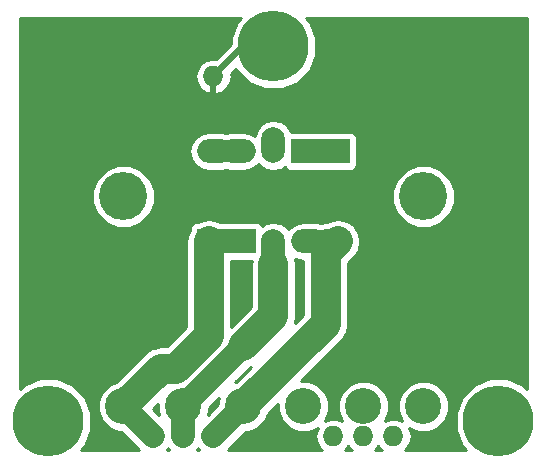
<source format=gtl>
G04 (created by PCBNEW (2013-07-07 BZR 4022)-stable) date 3/26/2014 12:19:48 AM*
%MOIN*%
G04 Gerber Fmt 3.4, Leading zero omitted, Abs format*
%FSLAX34Y34*%
G01*
G70*
G90*
G04 APERTURE LIST*
%ADD10C,0.00590551*%
%ADD11C,0.16*%
%ADD12C,0.12*%
%ADD13R,0.1185X0.079*%
%ADD14O,0.079X0.1185*%
%ADD15O,0.1185X0.079*%
%ADD16O,0.069X0.069*%
%ADD17C,0.23622*%
%ADD18C,0.02*%
%ADD19C,0.08*%
%ADD20C,0.1*%
%ADD21C,0.01*%
G04 APERTURE END LIST*
G54D10*
G54D11*
X81000Y-51000D03*
X91000Y-51000D03*
G54D12*
X83000Y-58000D03*
X85000Y-58000D03*
X81000Y-58000D03*
X87000Y-58000D03*
X89000Y-58000D03*
X91000Y-58000D03*
G54D13*
X84802Y-52500D03*
G54D14*
X86000Y-52697D03*
G54D15*
X87197Y-52500D03*
G54D13*
X84047Y-52500D03*
G54D15*
X87952Y-52500D03*
G54D13*
X87197Y-49500D03*
G54D14*
X86000Y-49302D03*
G54D15*
X84802Y-49500D03*
G54D13*
X87952Y-49500D03*
G54D15*
X84047Y-49500D03*
G54D16*
X82000Y-59000D03*
X83000Y-59000D03*
X84000Y-59000D03*
X88000Y-59000D03*
X89000Y-59000D03*
X90000Y-59000D03*
G54D17*
X86000Y-46000D03*
X78500Y-58500D03*
X93500Y-58500D03*
G54D16*
X84000Y-47000D03*
G54D18*
X84000Y-47000D02*
X84000Y-47750D01*
X86000Y-46000D02*
X85000Y-46000D01*
X85000Y-46000D02*
X84000Y-47000D01*
G54D19*
X83000Y-58000D02*
X85000Y-56000D01*
X86000Y-53250D02*
X86000Y-52500D01*
G54D20*
X86000Y-55000D02*
X86000Y-53250D01*
X85000Y-56000D02*
X86000Y-55000D01*
X85000Y-58000D02*
X87750Y-55250D01*
X87750Y-52900D02*
X88150Y-52500D01*
X87750Y-55250D02*
X87750Y-52900D01*
X81000Y-58000D02*
X82250Y-56750D01*
X83850Y-55650D02*
X83850Y-52500D01*
X82750Y-56750D02*
X83850Y-55650D01*
X82250Y-56750D02*
X82750Y-56750D01*
G54D19*
X81000Y-58000D02*
X82000Y-59000D01*
X83000Y-58000D02*
X83000Y-59000D01*
X85000Y-58000D02*
X84000Y-59000D01*
G54D10*
G36*
X82193Y-58274D02*
X81989Y-58070D01*
X82150Y-57910D01*
X82149Y-58168D01*
X82193Y-58274D01*
X82193Y-58274D01*
G37*
G54D21*
X82193Y-58274D02*
X81989Y-58070D01*
X82150Y-57910D01*
X82149Y-58168D01*
X82193Y-58274D01*
G54D10*
G36*
X82533Y-59450D02*
X82466Y-59450D01*
X82499Y-59399D01*
X82533Y-59450D01*
X82533Y-59450D01*
G37*
G54D21*
X82533Y-59450D02*
X82466Y-59450D01*
X82499Y-59399D01*
X82533Y-59450D01*
G54D10*
G36*
X83533Y-59450D02*
X83466Y-59450D01*
X83499Y-59399D01*
X83533Y-59450D01*
X83533Y-59450D01*
G37*
G54D21*
X83533Y-59450D02*
X83466Y-59450D01*
X83499Y-59399D01*
X83533Y-59450D01*
G54D10*
G36*
X84193Y-57725D02*
X84150Y-57830D01*
X84150Y-57930D01*
X83806Y-58274D01*
X83849Y-58169D01*
X83849Y-58069D01*
X84193Y-57725D01*
X84193Y-57725D01*
G37*
G54D21*
X84193Y-57725D02*
X84150Y-57830D01*
X84150Y-57930D01*
X83806Y-58274D01*
X83849Y-58169D01*
X83849Y-58069D01*
X84193Y-57725D01*
G54D10*
G36*
X85236Y-56702D02*
X84759Y-57179D01*
X84725Y-57193D01*
X85211Y-56707D01*
X85236Y-56702D01*
X85236Y-56702D01*
G37*
G54D21*
X85236Y-56702D02*
X84759Y-57179D01*
X84725Y-57193D01*
X85211Y-56707D01*
X85236Y-56702D01*
G54D10*
G36*
X85270Y-53145D02*
X85250Y-53250D01*
X85250Y-54689D01*
X84600Y-55339D01*
X84600Y-53145D01*
X84689Y-53145D01*
X85270Y-53145D01*
X85270Y-53145D01*
G37*
G54D21*
X85270Y-53145D02*
X85250Y-53250D01*
X85250Y-54689D01*
X84600Y-55339D01*
X84600Y-53145D01*
X84689Y-53145D01*
X85270Y-53145D01*
G54D10*
G36*
X87000Y-54939D02*
X86702Y-55236D01*
X86749Y-55000D01*
X86750Y-55000D01*
X86750Y-53250D01*
X86716Y-53082D01*
X86736Y-53095D01*
X86983Y-53145D01*
X87000Y-53145D01*
X87000Y-54939D01*
X87000Y-54939D01*
G37*
G54D21*
X87000Y-54939D02*
X86702Y-55236D01*
X86749Y-55000D01*
X86750Y-55000D01*
X86750Y-53250D01*
X86716Y-53082D01*
X86736Y-53095D01*
X86983Y-53145D01*
X87000Y-53145D01*
X87000Y-54939D01*
G54D10*
G36*
X87611Y-59450D02*
X84469Y-59450D01*
X85069Y-58850D01*
X85168Y-58850D01*
X85480Y-58721D01*
X85720Y-58482D01*
X85820Y-58239D01*
X86150Y-57910D01*
X86149Y-58168D01*
X86278Y-58480D01*
X86517Y-58720D01*
X86830Y-58849D01*
X87168Y-58850D01*
X87469Y-58725D01*
X87438Y-58772D01*
X87393Y-59000D01*
X87438Y-59227D01*
X87567Y-59420D01*
X87611Y-59450D01*
X87611Y-59450D01*
G37*
G54D21*
X87611Y-59450D02*
X84469Y-59450D01*
X85069Y-58850D01*
X85168Y-58850D01*
X85480Y-58721D01*
X85720Y-58482D01*
X85820Y-58239D01*
X86150Y-57910D01*
X86149Y-58168D01*
X86278Y-58480D01*
X86517Y-58720D01*
X86830Y-58849D01*
X87168Y-58850D01*
X87469Y-58725D01*
X87438Y-58772D01*
X87393Y-59000D01*
X87438Y-59227D01*
X87567Y-59420D01*
X87611Y-59450D01*
G54D10*
G36*
X88611Y-59450D02*
X88388Y-59450D01*
X88432Y-59420D01*
X88500Y-59319D01*
X88567Y-59420D01*
X88611Y-59450D01*
X88611Y-59450D01*
G37*
G54D21*
X88611Y-59450D02*
X88388Y-59450D01*
X88432Y-59420D01*
X88500Y-59319D01*
X88567Y-59420D01*
X88611Y-59450D01*
G54D10*
G36*
X89611Y-59450D02*
X89388Y-59450D01*
X89432Y-59420D01*
X89500Y-59319D01*
X89567Y-59420D01*
X89611Y-59450D01*
X89611Y-59450D01*
G37*
G54D21*
X89611Y-59450D02*
X89388Y-59450D01*
X89432Y-59420D01*
X89500Y-59319D01*
X89567Y-59420D01*
X89611Y-59450D01*
G54D10*
G36*
X94450Y-57426D02*
X94311Y-57287D01*
X93785Y-57069D01*
X93216Y-57068D01*
X92690Y-57286D01*
X92287Y-57688D01*
X92069Y-58214D01*
X92068Y-58783D01*
X92286Y-59309D01*
X92426Y-59450D01*
X92050Y-59450D01*
X92050Y-50792D01*
X91890Y-50406D01*
X91595Y-50110D01*
X91209Y-49950D01*
X90792Y-49949D01*
X90406Y-50109D01*
X90110Y-50404D01*
X89950Y-50790D01*
X89949Y-51207D01*
X90109Y-51594D01*
X90404Y-51889D01*
X90790Y-52049D01*
X91207Y-52050D01*
X91594Y-51890D01*
X91889Y-51595D01*
X92049Y-51209D01*
X92050Y-50792D01*
X92050Y-59450D01*
X90388Y-59450D01*
X90432Y-59420D01*
X90561Y-59227D01*
X90606Y-59000D01*
X90561Y-58772D01*
X90529Y-58725D01*
X90830Y-58849D01*
X91168Y-58850D01*
X91480Y-58721D01*
X91720Y-58482D01*
X91849Y-58169D01*
X91850Y-57831D01*
X91721Y-57519D01*
X91482Y-57279D01*
X91169Y-57150D01*
X90831Y-57149D01*
X90519Y-57278D01*
X90279Y-57517D01*
X90150Y-57830D01*
X90149Y-58168D01*
X90276Y-58475D01*
X90239Y-58450D01*
X90011Y-58405D01*
X89988Y-58405D01*
X89760Y-58450D01*
X89722Y-58475D01*
X89849Y-58169D01*
X89850Y-57831D01*
X89721Y-57519D01*
X89482Y-57279D01*
X89169Y-57150D01*
X88831Y-57149D01*
X88519Y-57278D01*
X88279Y-57517D01*
X88150Y-57830D01*
X88149Y-58168D01*
X88276Y-58475D01*
X88239Y-58450D01*
X88011Y-58405D01*
X87988Y-58405D01*
X87760Y-58450D01*
X87722Y-58475D01*
X87849Y-58169D01*
X87850Y-57831D01*
X87721Y-57519D01*
X87482Y-57279D01*
X87169Y-57150D01*
X86910Y-57149D01*
X88280Y-55780D01*
X88280Y-55780D01*
X88388Y-55617D01*
X88442Y-55537D01*
X88442Y-55537D01*
X88499Y-55250D01*
X88500Y-55250D01*
X88500Y-53210D01*
X88680Y-53030D01*
X88842Y-52787D01*
X88899Y-52500D01*
X88842Y-52212D01*
X88795Y-52141D01*
X88795Y-49845D01*
X88795Y-49055D01*
X88757Y-48963D01*
X88686Y-48893D01*
X88594Y-48855D01*
X88495Y-48854D01*
X87740Y-48854D01*
X87310Y-48854D01*
X86598Y-48854D01*
X86595Y-48841D01*
X86456Y-48632D01*
X86246Y-48492D01*
X86000Y-48443D01*
X85753Y-48492D01*
X85543Y-48632D01*
X85404Y-48841D01*
X85376Y-48979D01*
X85263Y-48904D01*
X85016Y-48855D01*
X84588Y-48855D01*
X84425Y-48887D01*
X84261Y-48855D01*
X83833Y-48855D01*
X83586Y-48904D01*
X83377Y-49043D01*
X83237Y-49253D01*
X83188Y-49500D01*
X83237Y-49746D01*
X83377Y-49956D01*
X83586Y-50095D01*
X83833Y-50145D01*
X84261Y-50145D01*
X84425Y-50112D01*
X84588Y-50145D01*
X85016Y-50145D01*
X85263Y-50095D01*
X85472Y-49956D01*
X85502Y-49910D01*
X85543Y-49972D01*
X85753Y-50112D01*
X86000Y-50161D01*
X86246Y-50112D01*
X86385Y-50019D01*
X86392Y-50036D01*
X86463Y-50106D01*
X86555Y-50144D01*
X86654Y-50145D01*
X87409Y-50145D01*
X87839Y-50145D01*
X88594Y-50145D01*
X88686Y-50107D01*
X88756Y-50036D01*
X88794Y-49944D01*
X88795Y-49845D01*
X88795Y-52141D01*
X88680Y-51969D01*
X88437Y-51807D01*
X88149Y-51750D01*
X87862Y-51807D01*
X87791Y-51855D01*
X87738Y-51855D01*
X87575Y-51887D01*
X87411Y-51855D01*
X86983Y-51855D01*
X86736Y-51904D01*
X86527Y-52043D01*
X86497Y-52089D01*
X86456Y-52027D01*
X86246Y-51887D01*
X86000Y-51838D01*
X85753Y-51887D01*
X85614Y-51980D01*
X85607Y-51963D01*
X85536Y-51893D01*
X85444Y-51855D01*
X85345Y-51854D01*
X84590Y-51854D01*
X84208Y-51854D01*
X84137Y-51807D01*
X83850Y-51750D01*
X83562Y-51807D01*
X83491Y-51854D01*
X83405Y-51854D01*
X83313Y-51892D01*
X83243Y-51963D01*
X83205Y-52055D01*
X83204Y-52141D01*
X83157Y-52212D01*
X83100Y-52500D01*
X83100Y-55339D01*
X82439Y-56000D01*
X82250Y-56000D01*
X82050Y-56039D01*
X82050Y-50792D01*
X81890Y-50406D01*
X81595Y-50110D01*
X81209Y-49950D01*
X80792Y-49949D01*
X80406Y-50109D01*
X80110Y-50404D01*
X79950Y-50790D01*
X79949Y-51207D01*
X80109Y-51594D01*
X80404Y-51889D01*
X80790Y-52049D01*
X81207Y-52050D01*
X81594Y-51890D01*
X81889Y-51595D01*
X82049Y-51209D01*
X82050Y-50792D01*
X82050Y-56039D01*
X81962Y-56057D01*
X81719Y-56219D01*
X80759Y-57179D01*
X80519Y-57278D01*
X80279Y-57517D01*
X80150Y-57830D01*
X80149Y-58168D01*
X80278Y-58480D01*
X80517Y-58720D01*
X80830Y-58849D01*
X80930Y-58849D01*
X81530Y-59450D01*
X79573Y-59450D01*
X79712Y-59311D01*
X79930Y-58785D01*
X79931Y-58216D01*
X79713Y-57690D01*
X79311Y-57287D01*
X78785Y-57069D01*
X78216Y-57068D01*
X77690Y-57286D01*
X77550Y-57426D01*
X77550Y-45050D01*
X84926Y-45050D01*
X84787Y-45188D01*
X84569Y-45714D01*
X84568Y-45936D01*
X84085Y-46419D01*
X84011Y-46405D01*
X83988Y-46405D01*
X83760Y-46450D01*
X83567Y-46579D01*
X83438Y-46772D01*
X83393Y-47000D01*
X83438Y-47227D01*
X83567Y-47420D01*
X83760Y-47549D01*
X83988Y-47595D01*
X84011Y-47595D01*
X84239Y-47549D01*
X84432Y-47420D01*
X84561Y-47227D01*
X84606Y-47000D01*
X84588Y-46906D01*
X84756Y-46738D01*
X84786Y-46809D01*
X85188Y-47212D01*
X85714Y-47430D01*
X86283Y-47431D01*
X86809Y-47213D01*
X87212Y-46811D01*
X87430Y-46285D01*
X87431Y-45716D01*
X87213Y-45190D01*
X87073Y-45050D01*
X94450Y-45050D01*
X94450Y-57426D01*
X94450Y-57426D01*
G37*
G54D21*
X94450Y-57426D02*
X94311Y-57287D01*
X93785Y-57069D01*
X93216Y-57068D01*
X92690Y-57286D01*
X92287Y-57688D01*
X92069Y-58214D01*
X92068Y-58783D01*
X92286Y-59309D01*
X92426Y-59450D01*
X92050Y-59450D01*
X92050Y-50792D01*
X91890Y-50406D01*
X91595Y-50110D01*
X91209Y-49950D01*
X90792Y-49949D01*
X90406Y-50109D01*
X90110Y-50404D01*
X89950Y-50790D01*
X89949Y-51207D01*
X90109Y-51594D01*
X90404Y-51889D01*
X90790Y-52049D01*
X91207Y-52050D01*
X91594Y-51890D01*
X91889Y-51595D01*
X92049Y-51209D01*
X92050Y-50792D01*
X92050Y-59450D01*
X90388Y-59450D01*
X90432Y-59420D01*
X90561Y-59227D01*
X90606Y-59000D01*
X90561Y-58772D01*
X90529Y-58725D01*
X90830Y-58849D01*
X91168Y-58850D01*
X91480Y-58721D01*
X91720Y-58482D01*
X91849Y-58169D01*
X91850Y-57831D01*
X91721Y-57519D01*
X91482Y-57279D01*
X91169Y-57150D01*
X90831Y-57149D01*
X90519Y-57278D01*
X90279Y-57517D01*
X90150Y-57830D01*
X90149Y-58168D01*
X90276Y-58475D01*
X90239Y-58450D01*
X90011Y-58405D01*
X89988Y-58405D01*
X89760Y-58450D01*
X89722Y-58475D01*
X89849Y-58169D01*
X89850Y-57831D01*
X89721Y-57519D01*
X89482Y-57279D01*
X89169Y-57150D01*
X88831Y-57149D01*
X88519Y-57278D01*
X88279Y-57517D01*
X88150Y-57830D01*
X88149Y-58168D01*
X88276Y-58475D01*
X88239Y-58450D01*
X88011Y-58405D01*
X87988Y-58405D01*
X87760Y-58450D01*
X87722Y-58475D01*
X87849Y-58169D01*
X87850Y-57831D01*
X87721Y-57519D01*
X87482Y-57279D01*
X87169Y-57150D01*
X86910Y-57149D01*
X88280Y-55780D01*
X88280Y-55780D01*
X88388Y-55617D01*
X88442Y-55537D01*
X88442Y-55537D01*
X88499Y-55250D01*
X88500Y-55250D01*
X88500Y-53210D01*
X88680Y-53030D01*
X88842Y-52787D01*
X88899Y-52500D01*
X88842Y-52212D01*
X88795Y-52141D01*
X88795Y-49845D01*
X88795Y-49055D01*
X88757Y-48963D01*
X88686Y-48893D01*
X88594Y-48855D01*
X88495Y-48854D01*
X87740Y-48854D01*
X87310Y-48854D01*
X86598Y-48854D01*
X86595Y-48841D01*
X86456Y-48632D01*
X86246Y-48492D01*
X86000Y-48443D01*
X85753Y-48492D01*
X85543Y-48632D01*
X85404Y-48841D01*
X85376Y-48979D01*
X85263Y-48904D01*
X85016Y-48855D01*
X84588Y-48855D01*
X84425Y-48887D01*
X84261Y-48855D01*
X83833Y-48855D01*
X83586Y-48904D01*
X83377Y-49043D01*
X83237Y-49253D01*
X83188Y-49500D01*
X83237Y-49746D01*
X83377Y-49956D01*
X83586Y-50095D01*
X83833Y-50145D01*
X84261Y-50145D01*
X84425Y-50112D01*
X84588Y-50145D01*
X85016Y-50145D01*
X85263Y-50095D01*
X85472Y-49956D01*
X85502Y-49910D01*
X85543Y-49972D01*
X85753Y-50112D01*
X86000Y-50161D01*
X86246Y-50112D01*
X86385Y-50019D01*
X86392Y-50036D01*
X86463Y-50106D01*
X86555Y-50144D01*
X86654Y-50145D01*
X87409Y-50145D01*
X87839Y-50145D01*
X88594Y-50145D01*
X88686Y-50107D01*
X88756Y-50036D01*
X88794Y-49944D01*
X88795Y-49845D01*
X88795Y-52141D01*
X88680Y-51969D01*
X88437Y-51807D01*
X88149Y-51750D01*
X87862Y-51807D01*
X87791Y-51855D01*
X87738Y-51855D01*
X87575Y-51887D01*
X87411Y-51855D01*
X86983Y-51855D01*
X86736Y-51904D01*
X86527Y-52043D01*
X86497Y-52089D01*
X86456Y-52027D01*
X86246Y-51887D01*
X86000Y-51838D01*
X85753Y-51887D01*
X85614Y-51980D01*
X85607Y-51963D01*
X85536Y-51893D01*
X85444Y-51855D01*
X85345Y-51854D01*
X84590Y-51854D01*
X84208Y-51854D01*
X84137Y-51807D01*
X83850Y-51750D01*
X83562Y-51807D01*
X83491Y-51854D01*
X83405Y-51854D01*
X83313Y-51892D01*
X83243Y-51963D01*
X83205Y-52055D01*
X83204Y-52141D01*
X83157Y-52212D01*
X83100Y-52500D01*
X83100Y-55339D01*
X82439Y-56000D01*
X82250Y-56000D01*
X82050Y-56039D01*
X82050Y-50792D01*
X81890Y-50406D01*
X81595Y-50110D01*
X81209Y-49950D01*
X80792Y-49949D01*
X80406Y-50109D01*
X80110Y-50404D01*
X79950Y-50790D01*
X79949Y-51207D01*
X80109Y-51594D01*
X80404Y-51889D01*
X80790Y-52049D01*
X81207Y-52050D01*
X81594Y-51890D01*
X81889Y-51595D01*
X82049Y-51209D01*
X82050Y-50792D01*
X82050Y-56039D01*
X81962Y-56057D01*
X81719Y-56219D01*
X80759Y-57179D01*
X80519Y-57278D01*
X80279Y-57517D01*
X80150Y-57830D01*
X80149Y-58168D01*
X80278Y-58480D01*
X80517Y-58720D01*
X80830Y-58849D01*
X80930Y-58849D01*
X81530Y-59450D01*
X79573Y-59450D01*
X79712Y-59311D01*
X79930Y-58785D01*
X79931Y-58216D01*
X79713Y-57690D01*
X79311Y-57287D01*
X78785Y-57069D01*
X78216Y-57068D01*
X77690Y-57286D01*
X77550Y-57426D01*
X77550Y-45050D01*
X84926Y-45050D01*
X84787Y-45188D01*
X84569Y-45714D01*
X84568Y-45936D01*
X84085Y-46419D01*
X84011Y-46405D01*
X83988Y-46405D01*
X83760Y-46450D01*
X83567Y-46579D01*
X83438Y-46772D01*
X83393Y-47000D01*
X83438Y-47227D01*
X83567Y-47420D01*
X83760Y-47549D01*
X83988Y-47595D01*
X84011Y-47595D01*
X84239Y-47549D01*
X84432Y-47420D01*
X84561Y-47227D01*
X84606Y-47000D01*
X84588Y-46906D01*
X84756Y-46738D01*
X84786Y-46809D01*
X85188Y-47212D01*
X85714Y-47430D01*
X86283Y-47431D01*
X86809Y-47213D01*
X87212Y-46811D01*
X87430Y-46285D01*
X87431Y-45716D01*
X87213Y-45190D01*
X87073Y-45050D01*
X94450Y-45050D01*
X94450Y-57426D01*
M02*

</source>
